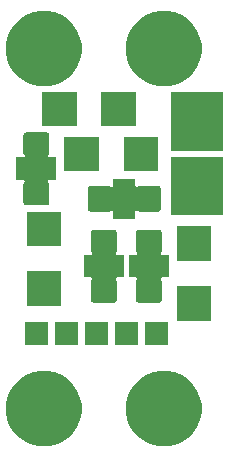
<source format=gbr>
G04 #@! TF.GenerationSoftware,KiCad,Pcbnew,6.0.0-rc1-unknown-f68581d~66~ubuntu16.04.1*
G04 #@! TF.CreationDate,2018-09-30T17:07:12+02:00*
G04 #@! TF.ProjectId,SIPM01A,5349504D3031412E6B696361645F7063,rev?*
G04 #@! TF.SameCoordinates,Original*
G04 #@! TF.FileFunction,Soldermask,Bot*
G04 #@! TF.FilePolarity,Negative*
%FSLAX46Y46*%
G04 Gerber Fmt 4.6, Leading zero omitted, Abs format (unit mm)*
G04 Created by KiCad (PCBNEW 6.0.0-rc1-unknown-f68581d~66~ubuntu16.04.1) date Sun Sep 30 17:07:12 2018*
%MOMM*%
%LPD*%
G01*
G04 APERTURE LIST*
%ADD10C,0.100000*%
G04 APERTURE END LIST*
D10*
G36*
X16173405Y8157026D02*
X16755767Y7915804D01*
X17279884Y7565600D01*
X17725600Y7119884D01*
X18075804Y6595767D01*
X18317026Y6013405D01*
X18440000Y5395174D01*
X18440000Y4764826D01*
X18317026Y4146595D01*
X18075804Y3564233D01*
X17725600Y3040116D01*
X17279884Y2594400D01*
X16755767Y2244196D01*
X16173405Y2002974D01*
X15555174Y1880000D01*
X14924826Y1880000D01*
X14306595Y2002974D01*
X13724233Y2244196D01*
X13200116Y2594400D01*
X12754400Y3040116D01*
X12404196Y3564233D01*
X12162974Y4146595D01*
X12040000Y4764826D01*
X12040000Y5395174D01*
X12162974Y6013405D01*
X12404196Y6595767D01*
X12754400Y7119884D01*
X13200116Y7565600D01*
X13724233Y7915804D01*
X14306595Y8157026D01*
X14924826Y8280000D01*
X15555174Y8280000D01*
X16173405Y8157026D01*
X16173405Y8157026D01*
G37*
G36*
X6013405Y8157026D02*
X6595767Y7915804D01*
X7119884Y7565600D01*
X7565600Y7119884D01*
X7915804Y6595767D01*
X8157026Y6013405D01*
X8280000Y5395174D01*
X8280000Y4764826D01*
X8157026Y4146595D01*
X7915804Y3564233D01*
X7565600Y3040116D01*
X7119884Y2594400D01*
X6595767Y2244196D01*
X6013405Y2002974D01*
X5395174Y1880000D01*
X4764826Y1880000D01*
X4146595Y2002974D01*
X3564233Y2244196D01*
X3040116Y2594400D01*
X2594400Y3040116D01*
X2244196Y3564233D01*
X2002974Y4146595D01*
X1880000Y4764826D01*
X1880000Y5395174D01*
X2002974Y6013405D01*
X2244196Y6595767D01*
X2594400Y7119884D01*
X3040116Y7565600D01*
X3564233Y7915804D01*
X4146595Y8157026D01*
X4764826Y8280000D01*
X5395174Y8280000D01*
X6013405Y8157026D01*
X6013405Y8157026D01*
G37*
G36*
X7947000Y10468000D02*
X6023000Y10468000D01*
X6023000Y12392000D01*
X7947000Y12392000D01*
X7947000Y10468000D01*
X7947000Y10468000D01*
G37*
G36*
X15567000Y10468000D02*
X13643000Y10468000D01*
X13643000Y12392000D01*
X15567000Y12392000D01*
X15567000Y10468000D01*
X15567000Y10468000D01*
G37*
G36*
X5407000Y10468000D02*
X3483000Y10468000D01*
X3483000Y12392000D01*
X5407000Y12392000D01*
X5407000Y10468000D01*
X5407000Y10468000D01*
G37*
G36*
X10487000Y10468000D02*
X8563000Y10468000D01*
X8563000Y12392000D01*
X10487000Y12392000D01*
X10487000Y10468000D01*
X10487000Y10468000D01*
G37*
G36*
X13027000Y10468000D02*
X11103000Y10468000D01*
X11103000Y12392000D01*
X13027000Y12392000D01*
X13027000Y10468000D01*
X13027000Y10468000D01*
G37*
G36*
X19229680Y12525400D02*
X16330320Y12525400D01*
X16330320Y15475560D01*
X19229680Y15475560D01*
X19229680Y12525400D01*
X19229680Y12525400D01*
G37*
G36*
X6529680Y13764920D02*
X3630320Y13764920D01*
X3630320Y16715080D01*
X6529680Y16715080D01*
X6529680Y13764920D01*
X6529680Y13764920D01*
G37*
G36*
X11075740Y20215011D02*
X11118543Y20202027D01*
X11157987Y20180943D01*
X11192566Y20152566D01*
X11220943Y20117987D01*
X11242027Y20078543D01*
X11255011Y20035740D01*
X11260000Y19985084D01*
X11260000Y18479916D01*
X11255011Y18429260D01*
X11242027Y18386457D01*
X11220943Y18347013D01*
X11188371Y18307323D01*
X11180351Y18299304D01*
X11166736Y18278930D01*
X11157357Y18256292D01*
X11152576Y18232258D01*
X11152574Y18207754D01*
X11157354Y18183720D01*
X11166730Y18161081D01*
X11180343Y18140706D01*
X11197669Y18123378D01*
X11218043Y18109763D01*
X11240681Y18100384D01*
X11264715Y18095603D01*
X11276973Y18095000D01*
X11860000Y18095000D01*
X11860000Y16195000D01*
X11277364Y16195000D01*
X11252978Y16192598D01*
X11229529Y16185485D01*
X11207918Y16173934D01*
X11188976Y16158388D01*
X11173430Y16139446D01*
X11161879Y16117835D01*
X11154766Y16094386D01*
X11152364Y16070000D01*
X11154766Y16045614D01*
X11161879Y16022165D01*
X11173430Y16000554D01*
X11185245Y15987518D01*
X11184931Y15987260D01*
X11221042Y15943258D01*
X11242074Y15903911D01*
X11255023Y15861224D01*
X11260000Y15810686D01*
X11260000Y14304314D01*
X11255023Y14253776D01*
X11242074Y14211089D01*
X11221042Y14171742D01*
X11192742Y14137258D01*
X11158258Y14108958D01*
X11118911Y14087926D01*
X11076224Y14074977D01*
X11025686Y14070000D01*
X9294314Y14070000D01*
X9243776Y14074977D01*
X9201089Y14087926D01*
X9161742Y14108958D01*
X9127258Y14137258D01*
X9098958Y14171742D01*
X9077926Y14211089D01*
X9064977Y14253776D01*
X9060000Y14304314D01*
X9060000Y15810686D01*
X9064977Y15861224D01*
X9077926Y15903911D01*
X9098958Y15943258D01*
X9131628Y15983067D01*
X9139263Y15990702D01*
X9152877Y16011077D01*
X9162254Y16033716D01*
X9167034Y16057749D01*
X9167034Y16082253D01*
X9162253Y16106287D01*
X9152876Y16128926D01*
X9139261Y16149300D01*
X9121934Y16166627D01*
X9101559Y16180241D01*
X9078920Y16189618D01*
X9042636Y16195000D01*
X8460000Y16195000D01*
X8460000Y18095000D01*
X9043027Y18095000D01*
X9067413Y18097402D01*
X9090862Y18104515D01*
X9112473Y18116066D01*
X9131415Y18131612D01*
X9146961Y18150554D01*
X9158512Y18172165D01*
X9165625Y18195614D01*
X9168027Y18220000D01*
X9165625Y18244386D01*
X9158512Y18267835D01*
X9146961Y18289446D01*
X9131415Y18308388D01*
X9128840Y18310722D01*
X9099057Y18347013D01*
X9077973Y18386457D01*
X9064989Y18429260D01*
X9060000Y18479916D01*
X9060000Y19985084D01*
X9064989Y20035740D01*
X9077973Y20078543D01*
X9099057Y20117987D01*
X9127434Y20152566D01*
X9162013Y20180943D01*
X9201457Y20202027D01*
X9244260Y20215011D01*
X9294916Y20220000D01*
X11025084Y20220000D01*
X11075740Y20215011D01*
X11075740Y20215011D01*
G37*
G36*
X14885740Y20215011D02*
X14928543Y20202027D01*
X14967987Y20180943D01*
X15002566Y20152566D01*
X15030943Y20117987D01*
X15052027Y20078543D01*
X15065011Y20035740D01*
X15070000Y19985084D01*
X15070000Y18479916D01*
X15065011Y18429260D01*
X15052027Y18386457D01*
X15030943Y18347013D01*
X14998371Y18307323D01*
X14990351Y18299304D01*
X14976736Y18278930D01*
X14967357Y18256292D01*
X14962576Y18232258D01*
X14962574Y18207754D01*
X14967354Y18183720D01*
X14976730Y18161081D01*
X14990343Y18140706D01*
X15007669Y18123378D01*
X15028043Y18109763D01*
X15050681Y18100384D01*
X15074715Y18095603D01*
X15086973Y18095000D01*
X15670000Y18095000D01*
X15670000Y16195000D01*
X15087364Y16195000D01*
X15062978Y16192598D01*
X15039529Y16185485D01*
X15017918Y16173934D01*
X14998976Y16158388D01*
X14983430Y16139446D01*
X14971879Y16117835D01*
X14964766Y16094386D01*
X14962364Y16070000D01*
X14964766Y16045614D01*
X14971879Y16022165D01*
X14983430Y16000554D01*
X14995245Y15987518D01*
X14994931Y15987260D01*
X15031042Y15943258D01*
X15052074Y15903911D01*
X15065023Y15861224D01*
X15070000Y15810686D01*
X15070000Y14304314D01*
X15065023Y14253776D01*
X15052074Y14211089D01*
X15031042Y14171742D01*
X15002742Y14137258D01*
X14968258Y14108958D01*
X14928911Y14087926D01*
X14886224Y14074977D01*
X14835686Y14070000D01*
X13104314Y14070000D01*
X13053776Y14074977D01*
X13011089Y14087926D01*
X12971742Y14108958D01*
X12937258Y14137258D01*
X12908958Y14171742D01*
X12887926Y14211089D01*
X12874977Y14253776D01*
X12870000Y14304314D01*
X12870000Y15810686D01*
X12874977Y15861224D01*
X12887926Y15903911D01*
X12908958Y15943258D01*
X12941628Y15983067D01*
X12949263Y15990702D01*
X12962877Y16011077D01*
X12972254Y16033716D01*
X12977034Y16057749D01*
X12977034Y16082253D01*
X12972253Y16106287D01*
X12962876Y16128926D01*
X12949261Y16149300D01*
X12931934Y16166627D01*
X12911559Y16180241D01*
X12888920Y16189618D01*
X12852636Y16195000D01*
X12270000Y16195000D01*
X12270000Y18095000D01*
X12853027Y18095000D01*
X12877413Y18097402D01*
X12900862Y18104515D01*
X12922473Y18116066D01*
X12941415Y18131612D01*
X12956961Y18150554D01*
X12968512Y18172165D01*
X12975625Y18195614D01*
X12978027Y18220000D01*
X12975625Y18244386D01*
X12968512Y18267835D01*
X12956961Y18289446D01*
X12941415Y18308388D01*
X12938840Y18310722D01*
X12909057Y18347013D01*
X12887973Y18386457D01*
X12874989Y18429260D01*
X12870000Y18479916D01*
X12870000Y19985084D01*
X12874989Y20035740D01*
X12887973Y20078543D01*
X12909057Y20117987D01*
X12937434Y20152566D01*
X12972013Y20180943D01*
X13011457Y20202027D01*
X13054260Y20215011D01*
X13104916Y20220000D01*
X14835084Y20220000D01*
X14885740Y20215011D01*
X14885740Y20215011D01*
G37*
G36*
X19229680Y17574920D02*
X16330320Y17574920D01*
X16330320Y20525080D01*
X19229680Y20525080D01*
X19229680Y17574920D01*
X19229680Y17574920D01*
G37*
G36*
X6529680Y18814440D02*
X3630320Y18814440D01*
X3630320Y21764600D01*
X6529680Y21764600D01*
X6529680Y18814440D01*
X6529680Y18814440D01*
G37*
G36*
X12832500Y23976973D02*
X12834902Y23952587D01*
X12842015Y23929138D01*
X12853566Y23907527D01*
X12869112Y23888585D01*
X12888054Y23873039D01*
X12909665Y23861488D01*
X12933114Y23854375D01*
X12957500Y23851973D01*
X12981886Y23854375D01*
X13005335Y23861488D01*
X13026946Y23873039D01*
X13045888Y23888585D01*
X13048222Y23891160D01*
X13084513Y23920943D01*
X13123957Y23942027D01*
X13166760Y23955011D01*
X13217416Y23960000D01*
X14722584Y23960000D01*
X14773240Y23955011D01*
X14816043Y23942027D01*
X14855487Y23920943D01*
X14890066Y23892566D01*
X14918443Y23857987D01*
X14939527Y23818543D01*
X14952511Y23775740D01*
X14957500Y23725084D01*
X14957500Y21994916D01*
X14952511Y21944260D01*
X14939527Y21901457D01*
X14918443Y21862013D01*
X14890066Y21827434D01*
X14855487Y21799057D01*
X14816043Y21777973D01*
X14773240Y21764989D01*
X14722584Y21760000D01*
X13217416Y21760000D01*
X13166760Y21764989D01*
X13123957Y21777973D01*
X13084513Y21799057D01*
X13044823Y21831629D01*
X13036804Y21839649D01*
X13016430Y21853264D01*
X12993792Y21862643D01*
X12969758Y21867424D01*
X12945254Y21867426D01*
X12921220Y21862646D01*
X12898581Y21853270D01*
X12878206Y21839657D01*
X12860878Y21822331D01*
X12847263Y21801957D01*
X12837884Y21779319D01*
X12833103Y21755285D01*
X12832500Y21743027D01*
X12832500Y21160000D01*
X10932500Y21160000D01*
X10932500Y21742636D01*
X10930098Y21767022D01*
X10922985Y21790471D01*
X10911434Y21812082D01*
X10895888Y21831024D01*
X10876946Y21846570D01*
X10855335Y21858121D01*
X10831886Y21865234D01*
X10807500Y21867636D01*
X10783114Y21865234D01*
X10759665Y21858121D01*
X10738054Y21846570D01*
X10725018Y21834755D01*
X10724760Y21835069D01*
X10680758Y21798958D01*
X10641411Y21777926D01*
X10598724Y21764977D01*
X10548186Y21760000D01*
X9041814Y21760000D01*
X8991276Y21764977D01*
X8948589Y21777926D01*
X8909242Y21798958D01*
X8874758Y21827258D01*
X8846458Y21861742D01*
X8825426Y21901089D01*
X8812477Y21943776D01*
X8807500Y21994314D01*
X8807500Y23725686D01*
X8812477Y23776224D01*
X8825426Y23818911D01*
X8846458Y23858258D01*
X8874758Y23892742D01*
X8909242Y23921042D01*
X8948589Y23942074D01*
X8991276Y23955023D01*
X9041814Y23960000D01*
X10548186Y23960000D01*
X10598724Y23955023D01*
X10641411Y23942074D01*
X10680758Y23921042D01*
X10720567Y23888372D01*
X10728202Y23880737D01*
X10748577Y23867123D01*
X10771216Y23857746D01*
X10795249Y23852966D01*
X10819753Y23852966D01*
X10843787Y23857747D01*
X10866426Y23867124D01*
X10886800Y23880739D01*
X10904127Y23898066D01*
X10917741Y23918441D01*
X10927118Y23941080D01*
X10932500Y23977364D01*
X10932500Y24560000D01*
X12832500Y24560000D01*
X12832500Y23976973D01*
X12832500Y23976973D01*
G37*
G36*
X20234000Y21456800D02*
X15834000Y21456800D01*
X15834000Y26396800D01*
X20234000Y26396800D01*
X20234000Y21456800D01*
X20234000Y21456800D01*
G37*
G36*
X5360740Y28470011D02*
X5403543Y28457027D01*
X5442987Y28435943D01*
X5477566Y28407566D01*
X5505943Y28372987D01*
X5527027Y28333543D01*
X5540011Y28290740D01*
X5545000Y28240084D01*
X5545000Y26734916D01*
X5540011Y26684260D01*
X5527027Y26641457D01*
X5505943Y26602013D01*
X5473371Y26562323D01*
X5465351Y26554304D01*
X5451736Y26533930D01*
X5442357Y26511292D01*
X5437576Y26487258D01*
X5437574Y26462754D01*
X5442354Y26438720D01*
X5451730Y26416081D01*
X5465343Y26395706D01*
X5482669Y26378378D01*
X5503043Y26364763D01*
X5525681Y26355384D01*
X5549715Y26350603D01*
X5561973Y26350000D01*
X6145000Y26350000D01*
X6145000Y24450000D01*
X5562364Y24450000D01*
X5537978Y24447598D01*
X5514529Y24440485D01*
X5492918Y24428934D01*
X5473976Y24413388D01*
X5458430Y24394446D01*
X5446879Y24372835D01*
X5439766Y24349386D01*
X5437364Y24325000D01*
X5439766Y24300614D01*
X5446879Y24277165D01*
X5458430Y24255554D01*
X5470245Y24242518D01*
X5469931Y24242260D01*
X5506042Y24198258D01*
X5527074Y24158911D01*
X5540023Y24116224D01*
X5545000Y24065686D01*
X5545000Y22559314D01*
X5540023Y22508776D01*
X5527074Y22466089D01*
X5506042Y22426742D01*
X5477742Y22392258D01*
X5443258Y22363958D01*
X5403911Y22342926D01*
X5361224Y22329977D01*
X5310686Y22325000D01*
X3579314Y22325000D01*
X3528776Y22329977D01*
X3486089Y22342926D01*
X3446742Y22363958D01*
X3412258Y22392258D01*
X3383958Y22426742D01*
X3362926Y22466089D01*
X3349977Y22508776D01*
X3345000Y22559314D01*
X3345000Y24065686D01*
X3349977Y24116224D01*
X3362926Y24158911D01*
X3383958Y24198258D01*
X3416628Y24238067D01*
X3424263Y24245702D01*
X3437877Y24266077D01*
X3447254Y24288716D01*
X3452034Y24312749D01*
X3452034Y24337253D01*
X3447253Y24361287D01*
X3437876Y24383926D01*
X3424261Y24404300D01*
X3406934Y24421627D01*
X3386559Y24435241D01*
X3363920Y24444618D01*
X3327636Y24450000D01*
X2745000Y24450000D01*
X2745000Y26350000D01*
X3328027Y26350000D01*
X3352413Y26352402D01*
X3375862Y26359515D01*
X3397473Y26371066D01*
X3416415Y26386612D01*
X3431961Y26405554D01*
X3443512Y26427165D01*
X3450625Y26450614D01*
X3453027Y26475000D01*
X3450625Y26499386D01*
X3443512Y26522835D01*
X3431961Y26544446D01*
X3416415Y26563388D01*
X3413840Y26565722D01*
X3384057Y26602013D01*
X3362973Y26641457D01*
X3349989Y26684260D01*
X3345000Y26734916D01*
X3345000Y28240084D01*
X3349989Y28290740D01*
X3362973Y28333543D01*
X3384057Y28372987D01*
X3412434Y28407566D01*
X3447013Y28435943D01*
X3486457Y28457027D01*
X3529260Y28470011D01*
X3579916Y28475000D01*
X5310084Y28475000D01*
X5360740Y28470011D01*
X5360740Y28470011D01*
G37*
G36*
X14779600Y25220320D02*
X11829440Y25220320D01*
X11829440Y28119680D01*
X14779600Y28119680D01*
X14779600Y25220320D01*
X14779600Y25220320D01*
G37*
G36*
X9730080Y25220320D02*
X6779920Y25220320D01*
X6779920Y28119680D01*
X9730080Y28119680D01*
X9730080Y25220320D01*
X9730080Y25220320D01*
G37*
G36*
X20234000Y26930500D02*
X15834000Y26930500D01*
X15834000Y31870500D01*
X20234000Y31870500D01*
X20234000Y26930500D01*
X20234000Y26930500D01*
G37*
G36*
X12905080Y29030320D02*
X9954920Y29030320D01*
X9954920Y31929680D01*
X12905080Y31929680D01*
X12905080Y29030320D01*
X12905080Y29030320D01*
G37*
G36*
X7855560Y29030320D02*
X4905400Y29030320D01*
X4905400Y31929680D01*
X7855560Y31929680D01*
X7855560Y29030320D01*
X7855560Y29030320D01*
G37*
G36*
X6013405Y38637026D02*
X6595767Y38395804D01*
X7119884Y38045600D01*
X7565600Y37599884D01*
X7915804Y37075767D01*
X8157026Y36493405D01*
X8280000Y35875174D01*
X8280000Y35244826D01*
X8157026Y34626595D01*
X7915804Y34044233D01*
X7565600Y33520116D01*
X7119884Y33074400D01*
X6595767Y32724196D01*
X6013405Y32482974D01*
X5395174Y32360000D01*
X4764826Y32360000D01*
X4146595Y32482974D01*
X3564233Y32724196D01*
X3040116Y33074400D01*
X2594400Y33520116D01*
X2244196Y34044233D01*
X2002974Y34626595D01*
X1880000Y35244826D01*
X1880000Y35875174D01*
X2002974Y36493405D01*
X2244196Y37075767D01*
X2594400Y37599884D01*
X3040116Y38045600D01*
X3564233Y38395804D01*
X4146595Y38637026D01*
X4764826Y38760000D01*
X5395174Y38760000D01*
X6013405Y38637026D01*
X6013405Y38637026D01*
G37*
G36*
X16173405Y38637026D02*
X16755767Y38395804D01*
X17279884Y38045600D01*
X17725600Y37599884D01*
X18075804Y37075767D01*
X18317026Y36493405D01*
X18440000Y35875174D01*
X18440000Y35244826D01*
X18317026Y34626595D01*
X18075804Y34044233D01*
X17725600Y33520116D01*
X17279884Y33074400D01*
X16755767Y32724196D01*
X16173405Y32482974D01*
X15555174Y32360000D01*
X14924826Y32360000D01*
X14306595Y32482974D01*
X13724233Y32724196D01*
X13200116Y33074400D01*
X12754400Y33520116D01*
X12404196Y34044233D01*
X12162974Y34626595D01*
X12040000Y35244826D01*
X12040000Y35875174D01*
X12162974Y36493405D01*
X12404196Y37075767D01*
X12754400Y37599884D01*
X13200116Y38045600D01*
X13724233Y38395804D01*
X14306595Y38637026D01*
X14924826Y38760000D01*
X15555174Y38760000D01*
X16173405Y38637026D01*
X16173405Y38637026D01*
G37*
M02*

</source>
